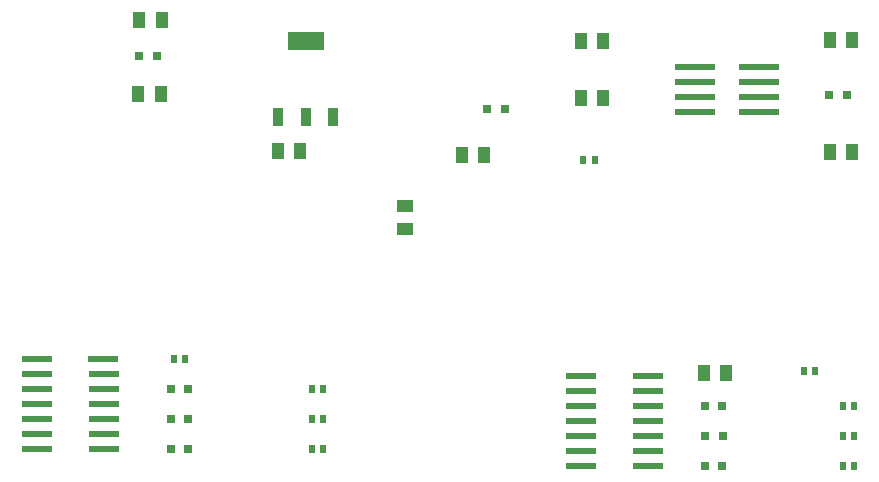
<source format=gtp>
G04*
G04 #@! TF.GenerationSoftware,Altium Limited,Altium Designer,22.1.2 (22)*
G04*
G04 Layer_Color=8421504*
%FSLAX25Y25*%
%MOIN*%
G70*
G04*
G04 #@! TF.SameCoordinates,52BC5A9B-E7CF-49AA-A5AC-D027EE08C1C4*
G04*
G04*
G04 #@! TF.FilePolarity,Positive*
G04*
G01*
G75*
%ADD20R,0.03150X0.03150*%
%ADD21R,0.02362X0.02756*%
%ADD22R,0.03937X0.05709*%
%ADD23R,0.12200X0.06300*%
%ADD24R,0.03300X0.06300*%
%ADD25R,0.10433X0.02362*%
%ADD26R,0.13386X0.02362*%
%ADD27R,0.05709X0.03937*%
D20*
X191547Y160000D02*
D03*
X197453D02*
D03*
X91953Y46500D02*
D03*
X86047D02*
D03*
X91953Y56500D02*
D03*
X86047D02*
D03*
X91953Y66500D02*
D03*
X86047D02*
D03*
X81453Y177500D02*
D03*
X75547D02*
D03*
X269905Y61000D02*
D03*
X264000D02*
D03*
X269905Y41000D02*
D03*
X264000D02*
D03*
X270000Y51000D02*
D03*
X264094D02*
D03*
X311453Y164500D02*
D03*
X305547D02*
D03*
D21*
X133031Y46500D02*
D03*
X136969D02*
D03*
X133031Y56500D02*
D03*
X136969D02*
D03*
X310032Y41000D02*
D03*
X313968D02*
D03*
X310032Y51000D02*
D03*
X313968D02*
D03*
X310032Y61000D02*
D03*
X313968D02*
D03*
X297031Y72500D02*
D03*
X300969D02*
D03*
X227437Y143000D02*
D03*
X223500D02*
D03*
X133031Y66500D02*
D03*
X136969D02*
D03*
X87000Y76500D02*
D03*
X90937D02*
D03*
D22*
X83000Y189500D02*
D03*
X75520D02*
D03*
X75260Y165000D02*
D03*
X82740D02*
D03*
X263760Y72000D02*
D03*
X271240D02*
D03*
X230240Y182500D02*
D03*
X222760D02*
D03*
X230240Y163500D02*
D03*
X222760D02*
D03*
X305760Y145500D02*
D03*
X313240D02*
D03*
X313240Y183000D02*
D03*
X305760D02*
D03*
X121760Y146000D02*
D03*
X129240D02*
D03*
X183020Y144500D02*
D03*
X190500D02*
D03*
D23*
X131000Y182600D02*
D03*
D24*
X121900Y157400D02*
D03*
X131000D02*
D03*
X140100D02*
D03*
D25*
X245000Y71000D02*
D03*
X245165Y66000D02*
D03*
Y61000D02*
D03*
Y56000D02*
D03*
Y51000D02*
D03*
Y46000D02*
D03*
Y41000D02*
D03*
X222835D02*
D03*
Y46000D02*
D03*
Y51000D02*
D03*
Y56000D02*
D03*
Y61000D02*
D03*
Y66000D02*
D03*
Y71000D02*
D03*
X41335Y76500D02*
D03*
Y71500D02*
D03*
Y66500D02*
D03*
Y61500D02*
D03*
Y56500D02*
D03*
Y51500D02*
D03*
Y46500D02*
D03*
X63665D02*
D03*
Y51500D02*
D03*
Y56500D02*
D03*
Y61500D02*
D03*
Y66500D02*
D03*
Y71500D02*
D03*
X63500Y76500D02*
D03*
D26*
X282130Y159000D02*
D03*
Y164000D02*
D03*
Y169000D02*
D03*
Y174000D02*
D03*
X260870D02*
D03*
Y169000D02*
D03*
Y164000D02*
D03*
Y159000D02*
D03*
D27*
X164000Y127490D02*
D03*
Y120010D02*
D03*
M02*

</source>
